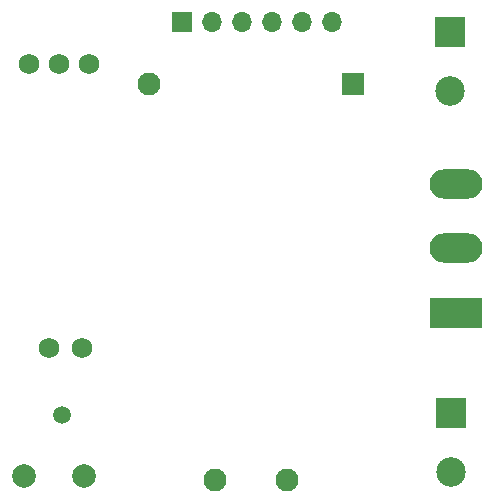
<source format=gts>
G04 #@! TF.GenerationSoftware,KiCad,Pcbnew,5.1.7-a382d34a8~88~ubuntu18.04.1*
G04 #@! TF.CreationDate,2021-07-23T19:11:00+05:30*
G04 #@! TF.ProjectId,BackEnd_HeavyDevice_v2,4261636b-456e-4645-9f48-656176794465,rev?*
G04 #@! TF.SameCoordinates,Original*
G04 #@! TF.FileFunction,Soldermask,Top*
G04 #@! TF.FilePolarity,Negative*
%FSLAX46Y46*%
G04 Gerber Fmt 4.6, Leading zero omitted, Abs format (unit mm)*
G04 Created by KiCad (PCBNEW 5.1.7-a382d34a8~88~ubuntu18.04.1) date 2021-07-23 19:11:00*
%MOMM*%
%LPD*%
G01*
G04 APERTURE LIST*
%ADD10C,1.500000*%
%ADD11C,1.950000*%
%ADD12R,1.950000X1.950000*%
%ADD13C,2.000000*%
%ADD14C,2.500000*%
%ADD15R,2.500000X2.500000*%
%ADD16O,4.500000X2.500000*%
%ADD17R,4.500000X2.500000*%
%ADD18C,1.750000*%
%ADD19R,1.700000X1.700000*%
%ADD20O,1.700000X1.700000*%
G04 APERTURE END LIST*
D10*
X113195100Y-128112520D03*
D11*
X132225000Y-133535000D03*
X120541000Y-100007000D03*
X126129000Y-133535000D03*
D12*
X137813000Y-100007000D03*
D13*
X109903000Y-133198000D03*
X114983000Y-133208000D03*
D14*
X146078000Y-132904000D03*
D15*
X146078000Y-127904000D03*
X146027000Y-95631000D03*
D14*
X146027000Y-100631000D03*
D16*
X146515000Y-108500000D03*
X146515000Y-113950000D03*
D17*
X146515000Y-119400000D03*
D18*
X110368080Y-98368980D03*
X115448080Y-98368980D03*
X112908080Y-98368980D03*
X112018080Y-122368980D03*
X114878080Y-122368980D03*
D19*
X123309000Y-94800400D03*
D20*
X125849000Y-94800400D03*
X128389000Y-94800400D03*
X130929000Y-94800400D03*
X133469000Y-94800400D03*
X136009000Y-94800400D03*
M02*

</source>
